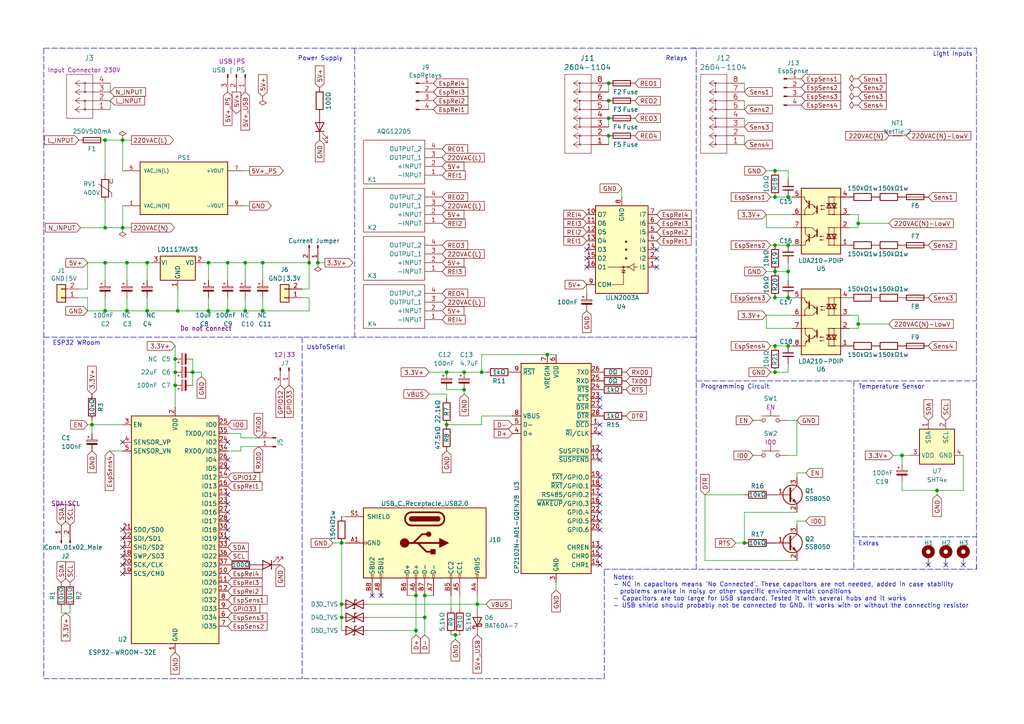
<source format=kicad_sch>
(kicad_sch (version 20211123) (generator eeschema)
  (paper "A4")
  (title_block (title "Home Assistant module for lights control") (date "2022-09-18") (rev "20220918.20"))
  (junction (at 224.79 78.74))
  (junction (at 228.6 57.15))
  (junction (at 26.67 123.19))
  (junction (at 224.79 49.53))
  (junction (at 228.6 78.74))
  (junction (at 55.88 107.95))
  (junction (at 99.06 157.48))
  (junction (at 99.06 175.26))
  (junction (at 224.79 71.12))
  (junction (at 30.48 76.2))
  (junction (at 248.92 93.98))
  (junction (at 248.92 64.77))
  (junction (at 60.452 90.17))
  (junction (at 36.83 90.17))
  (junction (at 134.62 107.95))
  (junction (at 176.53 29.21))
  (junction (at 134.62 113.03))
  (junction (at 51.562 90.17))
  (junction (at 139.7 107.95))
  (junction (at 138.43 175.26))
  (junction (at 50.8 111.76))
  (junction (at 30.48 66.04))
  (junction (at 50.8 104.14))
  (junction (at 271.78 142.24))
  (junction (at 92.202 76.2))
  (junction (at 60.452 76.2))
  (junction (at 36.83 76.2))
  (junction (at 71.12 76.2))
  (junction (at 123.19 179.07))
  (junction (at 123.19 172.72))
  (junction (at 66.04 90.17))
  (junction (at 224.79 100.33))
  (junction (at 158.75 102.87))
  (junction (at 176.53 34.29))
  (junction (at 99.06 179.07))
  (junction (at 176.53 24.13))
  (junction (at 71.12 90.17))
  (junction (at 35.56 66.04))
  (junction (at 176.53 39.37))
  (junction (at 224.79 57.15))
  (junction (at 224.79 86.36))
  (junction (at 132.08 184.15))
  (junction (at 35.56 40.64))
  (junction (at 129.54 107.95))
  (junction (at 129.54 123.19))
  (junction (at 224.79 107.95))
  (junction (at 30.48 90.17))
  (junction (at 120.65 182.88))
  (junction (at 76.2 76.2))
  (junction (at 261.62 132.08))
  (junction (at 228.6 71.12))
  (junction (at 42.672 76.2))
  (junction (at 89.662 76.2))
  (junction (at 42.672 90.17))
  (junction (at 66.04 76.2))
  (junction (at 30.48 40.64))
  (junction (at 228.6 100.33))
  (junction (at 120.65 172.72))
  (junction (at 228.6 86.36))
  (junction (at 76.2 90.17))
  (junction (at 215.9 157.48))
  (junction (at 50.8 107.95))
  (no_connect (at 35.56 153.67))
  (no_connect (at 66.04 148.59))
  (no_connect (at 173.99 118.11))
  (no_connect (at 35.56 161.29))
  (no_connect (at 173.99 115.57))
  (no_connect (at 173.99 163.83))
  (no_connect (at 66.04 143.51))
  (no_connect (at 170.18 74.93))
  (no_connect (at 279.4 163.83))
  (no_connect (at 173.99 148.59))
  (no_connect (at 173.99 161.29))
  (no_connect (at 173.99 138.43))
  (no_connect (at 170.18 72.39))
  (no_connect (at 66.04 133.35))
  (no_connect (at 173.99 151.13))
  (no_connect (at 35.56 156.21))
  (no_connect (at 173.99 153.67))
  (no_connect (at 66.04 146.05))
  (no_connect (at 274.32 163.83))
  (no_connect (at 173.99 123.19))
  (no_connect (at 173.99 146.05))
  (no_connect (at 170.18 77.47))
  (no_connect (at 35.56 163.83))
  (no_connect (at 173.99 143.51))
  (no_connect (at 35.56 166.37))
  (no_connect (at 35.56 158.75))
  (no_connect (at 173.99 125.73))
  (no_connect (at 66.04 151.13))
  (no_connect (at 173.99 158.75))
  (no_connect (at 173.99 140.97))
  (no_connect (at 190.5 77.47))
  (no_connect (at 66.04 135.89))
  (no_connect (at 190.5 72.39))
  (no_connect (at 35.56 128.27))
  (no_connect (at 173.99 133.35))
  (no_connect (at 269.24 163.83))
  (no_connect (at 66.04 153.67))
  (no_connect (at 66.04 128.27))
  (no_connect (at 107.95 172.72))
  (no_connect (at 110.49 172.72))
  (no_connect (at 173.99 130.81))
  (no_connect (at 66.04 156.21))
  (no_connect (at 190.5 74.93))
  (wire (pts (xy 231.14 121.92) (xy 231.14 132.08)))
  (wire (pts (xy 139.7 107.95) (xy 140.97 107.95)))
  (wire (pts (xy 55.88 107.95) (xy 55.88 111.76)))
  (wire (pts (xy 261.62 132.08) (xy 264.16 132.08)))
  (wire (pts (xy 259.08 132.08) (xy 261.62 132.08)))
  (wire (pts (xy 106.68 179.07) (xy 123.19 179.07)))
  (wire (pts (xy 279.4 132.08) (xy 279.4 142.24)))
  (wire (pts (xy 74.93 129.54) (xy 69.85 129.54)))
  (wire (pts (xy 233.68 151.13) (xy 231.14 151.13)))
  (wire (pts (xy 224.79 71.12) (xy 228.6 71.12)))
  (wire (pts (xy 66.04 86.36) (xy 66.04 90.17)))
  (wire (pts (xy 25.4 83.82) (xy 22.86 83.82)))
  (wire (pts (xy 25.4 76.2) (xy 25.4 83.82)))
  (wire (pts (xy 215.9 39.37) (xy 215.9 41.91)))
  (wire (pts (xy 248.92 93.98) (xy 248.92 95.25)))
  (wire (pts (xy 30.48 40.64) (xy 35.56 40.64)))
  (wire (pts (xy 228.6 132.08) (xy 231.14 132.08)))
  (wire (pts (xy 66.04 76.2) (xy 71.12 76.2)))
  (wire (pts (xy 32.004 31.75) (xy 32.004 29.21)))
  (wire (pts (xy 228.6 86.36) (xy 229.87 86.36)))
  (wire (pts (xy 26.67 123.19) (xy 26.67 125.73)))
  (polyline (pts (xy 283.21 13.97) (xy 283.21 104.14)))
  (wire (pts (xy 30.48 50.8) (xy 30.48 40.64)))
  (wire (pts (xy 161.29 168.91) (xy 161.29 171.196)))
  (wire (pts (xy 224.79 49.53) (xy 228.6 49.53)))
  (wire (pts (xy 118.11 172.72) (xy 120.65 172.72)))
  (wire (pts (xy 60.452 76.2) (xy 66.04 76.2)))
  (wire (pts (xy 106.68 175.26) (xy 138.43 175.26)))
  (wire (pts (xy 36.83 90.17) (xy 42.672 90.17)))
  (wire (pts (xy 66.04 125.73) (xy 69.85 125.73)))
  (wire (pts (xy 132.08 184.15) (xy 133.35 184.15)))
  (wire (pts (xy 248.92 64.77) (xy 257.81 64.77)))
  (wire (pts (xy 25.4 90.17) (xy 30.48 90.17)))
  (polyline (pts (xy 247.65 110.49) (xy 247.65 165.1)))
  (wire (pts (xy 36.83 76.2) (xy 36.83 81.28)))
  (wire (pts (xy 223.52 57.15) (xy 224.79 57.15)))
  (polyline (pts (xy 87.63 97.79) (xy 87.63 196.85)))
  (wire (pts (xy 124.46 114.3) (xy 129.54 114.3)))
  (wire (pts (xy 261.62 142.24) (xy 271.78 142.24)))
  (polyline (pts (xy 283.21 165.1) (xy 283.21 163.83)))
  (wire (pts (xy 96.52 157.48) (xy 99.06 157.48)))
  (wire (pts (xy 30.48 58.42) (xy 30.48 66.04)))
  (wire (pts (xy 224.79 78.74) (xy 228.6 78.74)))
  (wire (pts (xy 228.6 107.95) (xy 224.79 107.95)))
  (wire (pts (xy 228.6 76.2) (xy 228.6 78.74)))
  (wire (pts (xy 123.19 172.72) (xy 125.73 172.72)))
  (wire (pts (xy 99.06 149.86) (xy 100.33 149.86)))
  (wire (pts (xy 120.65 172.72) (xy 120.65 182.88)))
  (wire (pts (xy 248.92 62.23) (xy 248.92 64.77)))
  (polyline (pts (xy 201.93 165.1) (xy 201.93 13.97)))
  (wire (pts (xy 233.68 137.16) (xy 231.14 137.16)))
  (wire (pts (xy 223.52 107.95) (xy 224.79 107.95)))
  (wire (pts (xy 26.67 123.19) (xy 35.56 123.19)))
  (polyline (pts (xy 201.93 110.49) (xy 283.21 110.49)))
  (polyline (pts (xy 247.65 155.702) (xy 283.21 155.702)))
  (wire (pts (xy 132.08 184.15) (xy 132.08 185.42)))
  (wire (pts (xy 25.4 123.19) (xy 26.67 123.19)))
  (wire (pts (xy 71.12 76.2) (xy 71.12 81.28)))
  (wire (pts (xy 50.8 104.14) (xy 50.8 107.95)))
  (wire (pts (xy 25.4 86.36) (xy 25.4 90.17)))
  (wire (pts (xy 271.78 142.24) (xy 271.78 143.51)))
  (wire (pts (xy 30.48 90.17) (xy 36.83 90.17)))
  (wire (pts (xy 279.4 142.24) (xy 271.78 142.24)))
  (wire (pts (xy 129.54 123.19) (xy 139.7 123.19)))
  (wire (pts (xy 222.25 62.23) (xy 229.87 62.23)))
  (wire (pts (xy 139.7 102.87) (xy 139.7 107.95)))
  (wire (pts (xy 261.62 139.7) (xy 261.62 142.24)))
  (wire (pts (xy 76.2 76.2) (xy 76.2 81.28)))
  (wire (pts (xy 124.46 107.95) (xy 129.54 107.95)))
  (wire (pts (xy 123.19 179.07) (xy 123.19 184.15)))
  (wire (pts (xy 76.2 90.17) (xy 89.662 90.17)))
  (polyline (pts (xy 201.93 13.97) (xy 200.66 13.97)))
  (wire (pts (xy 139.7 120.65) (xy 148.59 120.65)))
  (wire (pts (xy 35.56 40.64) (xy 35.56 49.53)))
  (wire (pts (xy 130.81 184.15) (xy 132.08 184.15)))
  (wire (pts (xy 228.6 49.53) (xy 228.6 52.07)))
  (wire (pts (xy 248.92 66.04) (xy 246.38 66.04)))
  (wire (pts (xy 215.9 24.13) (xy 215.9 26.67)))
  (wire (pts (xy 134.62 107.95) (xy 139.7 107.95)))
  (wire (pts (xy 106.68 182.88) (xy 120.65 182.88)))
  (wire (pts (xy 42.672 76.2) (xy 43.942 76.2)))
  (wire (pts (xy 89.662 86.36) (xy 89.662 90.17)))
  (wire (pts (xy 99.06 157.48) (xy 99.06 175.26)))
  (wire (pts (xy 123.19 172.72) (xy 123.19 179.07)))
  (wire (pts (xy 76.2 86.36) (xy 76.2 90.17)))
  (wire (pts (xy 224.79 57.15) (xy 228.6 57.15)))
  (wire (pts (xy 204.47 143.51) (xy 215.9 143.51)))
  (wire (pts (xy 231.14 137.16) (xy 231.14 138.43)))
  (wire (pts (xy 36.83 76.2) (xy 42.672 76.2)))
  (wire (pts (xy 134.62 114.3) (xy 134.62 113.03)))
  (wire (pts (xy 222.25 49.53) (xy 224.79 49.53)))
  (wire (pts (xy 99.06 179.07) (xy 99.06 175.26)))
  (wire (pts (xy 231.14 151.13) (xy 231.14 152.4)))
  (wire (pts (xy 176.53 34.29) (xy 176.53 36.83)))
  (wire (pts (xy 176.53 24.13) (xy 176.53 26.67)))
  (wire (pts (xy 248.92 91.44) (xy 248.92 93.98)))
  (wire (pts (xy 42.672 86.36) (xy 42.672 90.17)))
  (wire (pts (xy 228.6 105.41) (xy 228.6 107.95)))
  (wire (pts (xy 51.562 90.17) (xy 60.452 90.17)))
  (wire (pts (xy 138.43 175.26) (xy 138.43 172.72)))
  (wire (pts (xy 223.52 71.12) (xy 224.79 71.12)))
  (wire (pts (xy 30.48 76.2) (xy 36.83 76.2)))
  (wire (pts (xy 55.88 107.95) (xy 58.42 107.95)))
  (wire (pts (xy 222.25 91.44) (xy 222.25 95.25)))
  (wire (pts (xy 30.48 76.2) (xy 30.48 81.28)))
  (wire (pts (xy 69.85 127) (xy 74.93 127)))
  (wire (pts (xy 71.12 49.53) (xy 72.39 49.53)))
  (wire (pts (xy 60.452 86.36) (xy 60.452 90.17)))
  (wire (pts (xy 89.662 83.82) (xy 89.662 76.2)))
  (polyline (pts (xy 12.7 196.85) (xy 175.26 196.85)))
  (wire (pts (xy 231.14 148.59) (xy 215.9 148.59)))
  (wire (pts (xy 248.92 95.25) (xy 246.38 95.25)))
  (wire (pts (xy 215.9 148.59) (xy 215.9 157.48)))
  (wire (pts (xy 228.6 78.74) (xy 228.6 81.28)))
  (wire (pts (xy 248.92 64.77) (xy 248.92 66.04)))
  (polyline (pts (xy 12.7 97.79) (xy 201.93 97.79)))
  (wire (pts (xy 69.85 129.54) (xy 69.85 130.81)))
  (wire (pts (xy 32.004 24.13) (xy 32.004 26.67)))
  (wire (pts (xy 138.43 176.53) (xy 138.43 175.26)))
  (wire (pts (xy 222.25 66.04) (xy 229.87 66.04)))
  (wire (pts (xy 222.25 78.74) (xy 224.79 78.74)))
  (wire (pts (xy 42.672 76.2) (xy 42.672 81.28)))
  (wire (pts (xy 133.35 172.72) (xy 133.35 176.53)))
  (wire (pts (xy 71.12 90.17) (xy 76.2 90.17)))
  (wire (pts (xy 257.81 93.98) (xy 248.92 93.98)))
  (wire (pts (xy 25.4 76.2) (xy 30.48 76.2)))
  (wire (pts (xy 170.18 82.55) (xy 170.18 85.09)))
  (wire (pts (xy 215.9 29.21) (xy 215.9 31.75)))
  (wire (pts (xy 31.75 130.81) (xy 35.56 130.81)))
  (wire (pts (xy 36.83 86.36) (xy 36.83 90.17)))
  (wire (pts (xy 42.672 90.17) (xy 51.562 90.17)))
  (wire (pts (xy 261.62 132.08) (xy 261.62 134.62)))
  (wire (pts (xy 66.04 90.17) (xy 71.12 90.17)))
  (wire (pts (xy 99.06 182.88) (xy 99.06 179.07)))
  (wire (pts (xy 87.63 86.36) (xy 89.662 86.36)))
  (wire (pts (xy 50.8 111.76) (xy 50.8 118.11)))
  (wire (pts (xy 158.75 102.87) (xy 139.7 102.87)))
  (polyline (pts (xy 12.7 13.97) (xy 12.7 196.85)))
  (wire (pts (xy 129.54 113.03) (xy 134.62 113.03)))
  (polyline (pts (xy 102.87 13.97) (xy 102.87 97.79)))
  (wire (pts (xy 222.25 91.44) (xy 229.87 91.44)))
  (wire (pts (xy 228.6 121.92) (xy 231.14 121.92)))
  (wire (pts (xy 69.85 130.81) (xy 66.04 130.81)))
  (wire (pts (xy 158.75 102.87) (xy 161.29 102.87)))
  (wire (pts (xy 228.6 100.33) (xy 229.87 100.33)))
  (wire (pts (xy 92.202 76.2) (xy 94.234 76.2)))
  (polyline (pts (xy 175.26 196.85) (xy 175.26 165.1)))
  (wire (pts (xy 35.56 40.64) (xy 38.1 40.64)))
  (wire (pts (xy 76.2 76.2) (xy 89.662 76.2)))
  (wire (pts (xy 17.78 177.8) (xy 20.32 177.8)))
  (wire (pts (xy 138.43 175.26) (xy 140.97 175.26)))
  (wire (pts (xy 223.52 86.36) (xy 224.79 86.36)))
  (wire (pts (xy 60.452 90.17) (xy 66.04 90.17)))
  (wire (pts (xy 17.78 176.53) (xy 17.78 177.8)))
  (wire (pts (xy 204.47 162.56) (xy 231.14 162.56)))
  (wire (pts (xy 71.12 86.36) (xy 71.12 90.17)))
  (wire (pts (xy 228.6 57.15) (xy 229.87 57.15)))
  (wire (pts (xy 60.452 76.2) (xy 60.452 81.28)))
  (polyline (pts (xy 283.21 104.14) (xy 283.21 165.1)))
  (wire (pts (xy 129.54 114.3) (xy 129.54 115.57)))
  (wire (pts (xy 50.8 107.95) (xy 50.8 111.76)))
  (wire (pts (xy 23.368 66.04) (xy 30.48 66.04)))
  (wire (pts (xy 35.56 66.04) (xy 38.1 66.04)))
  (wire (pts (xy 69.85 125.73) (xy 69.85 127)))
  (wire (pts (xy 26.67 121.92) (xy 26.67 123.19)))
  (wire (pts (xy 51.562 83.82) (xy 51.562 90.17)))
  (wire (pts (xy 176.53 39.37) (xy 176.53 41.91)))
  (wire (pts (xy 180.34 54.61) (xy 180.34 57.15)))
  (wire (pts (xy 129.54 107.95) (xy 134.62 107.95)))
  (wire (pts (xy 204.47 143.51) (xy 204.47 162.56)))
  (wire (pts (xy 71.12 59.69) (xy 72.39 59.69)))
  (wire (pts (xy 58.42 107.95) (xy 58.42 109.22)))
  (wire (pts (xy 224.79 86.36) (xy 228.6 86.36)))
  (wire (pts (xy 35.56 66.04) (xy 35.56 59.69)))
  (wire (pts (xy 50.8 100.33) (xy 50.8 104.14)))
  (wire (pts (xy 222.25 95.25) (xy 229.87 95.25)))
  (wire (pts (xy 55.88 104.14) (xy 55.88 107.95)))
  (wire (pts (xy 246.38 62.23) (xy 248.92 62.23)))
  (wire (pts (xy 66.04 76.2) (xy 66.04 81.28)))
  (wire (pts (xy 20.32 177.8) (xy 20.32 176.53)))
  (wire (pts (xy 87.63 83.82) (xy 89.662 83.82)))
  (wire (pts (xy 222.25 62.23) (xy 222.25 66.04)))
  (wire (pts (xy 120.65 182.88) (xy 120.65 184.15)))
  (wire (pts (xy 224.79 100.33) (xy 228.6 100.33)))
  (wire (pts (xy 213.36 157.48) (xy 215.9 157.48)))
  (wire (pts (xy 215.9 34.29) (xy 215.9 36.83)))
  (wire (pts (xy 71.12 76.2) (xy 76.2 76.2)))
  (wire (pts (xy 30.48 86.36) (xy 30.48 90.17)))
  (wire (pts (xy 228.6 71.12) (xy 229.87 71.12)))
  (polyline (pts (xy 12.7 13.97) (xy 283.21 13.97)))
  (wire (pts (xy 30.48 66.04) (xy 35.56 66.04)))
  (wire (pts (xy 176.53 29.21) (xy 176.53 31.75)))
  (wire (pts (xy 246.38 91.44) (xy 248.92 91.44)))
  (wire (pts (xy 99.06 157.48) (xy 100.33 157.48)))
  (wire (pts (xy 139.7 123.19) (xy 139.7 120.65)))
  (wire (pts (xy 60.452 76.2) (xy 59.182 76.2)))
  (wire (pts (xy 130.81 172.72) (xy 130.81 176.53)))
  (wire (pts (xy 22.86 86.36) (xy 25.4 86.36)))
  (wire (pts (xy 223.52 100.33) (xy 224.79 100.33)))
  (polyline (pts (xy 175.26 165.1) (xy 283.21 165.1)))
  (text "Programming Circuit" (at 203.2 113.03 0) (effects (font (size 1.27 1.27)) (justify left bottom)))
  (text "UsbToSerial" (at 88.9 101.6 0) (effects (font (size 1.27 1.27)) (justify left bottom)))
  (text "Relays" (at 193.04 17.78 0) (effects (font (size 1.27 1.27)) (justify left bottom)))
  (text "Temperature Sensor" (at 248.92 113.03 0) (effects (font (size 1.27 1.27)) (justify left bottom)))
  (text "Power Supply" (at 86.36 17.78 0) (effects (font (size 1.27 1.27)) (justify left bottom)))
  (text "Extras" (at 248.92 158.496 0) (effects (font (size 1.27 1.27)) (justify left bottom)))
  (text "ESP32 WRoom" (at 15.24 100.33 0) (effects (font (size 1.27 1.27)) (justify left bottom)))
  (text "Notes:\n- NC in capacitors means 'No Connected'. These capacitors are not needed, added in case stability \n  problems arraise in noisy or other specific environmental conditions\n- Capacitors are too large for USB standard. Tested it with several hubs and it works\n- USB shield should probably not be connected to GND. It works with or without the connecting resistor" (at 177.8 176.53 0) (effects (font (size 1.27 1.27)) (justify left bottom)))
  (text "Light Inputs" (at 270.51 16.51 0) (effects (font (size 1.27 1.27)) (justify left bottom)))
  (global_label "3.3V+" (shape input) (at 26.67 114.3 90) (property "Intersheet References" "${INTERSHEET_REFS}" (effects hide)))
  (global_label "GPIO12" (shape input) (at 66.04 138.43 0) (property "Intersheet References" "${INTERSHEET_REFS}" (effects hide)))
  (global_label "EspRel2" (shape input) (at 125.73 29.21 0) (property "Intersheet References" "${INTERSHEET_REFS}" (effects hide)))
  (global_label "REI1" (shape input) (at 170.18 69.85 180) (property "Intersheet References" "${INTERSHEET_REFS}" (effects hide)))
  (global_label "GND" (shape input) (at 223.52 107.95 180) (property "Intersheet References" "${INTERSHEET_REFS}" (effects hide)))
  (global_label "220VAC(L)" (shape output) (at 38.1 40.64 0) (property "Intersheet References" "${INTERSHEET_REFS}" (effects hide)))
  (global_label "EN" (shape input) (at 25.4 123.19 180) (property "Intersheet References" "${INTERSHEET_REFS}" (effects hide)))
  (global_label "5V+" (shape input) (at 128.27 62.23 0) (property "Intersheet References" "${INTERSHEET_REFS}" (effects hide)))
  (global_label "EN" (shape input) (at 233.68 137.16 0) (property "Intersheet References" "${INTERSHEET_REFS}" (effects hide)))
  (global_label "220VAC(L)" (shape input) (at 128.27 87.63 0) (property "Intersheet References" "${INTERSHEET_REFS}" (effects hide)))
  (global_label "Sens4" (shape input) (at 248.92 30.48 0) (property "Intersheet References" "${INTERSHEET_REFS}" (effects hide)))
  (global_label "EspSens3" (shape input) (at 223.52 86.36 180) (property "Intersheet References" "${INTERSHEET_REFS}" (effects hide)))
  (global_label "5V+" (shape input) (at 128.27 90.17 0) (property "Intersheet References" "${INTERSHEET_REFS}" (effects hide)))
  (global_label "REO1" (shape input) (at 184.15 24.13 0) (property "Intersheet References" "${INTERSHEET_REFS}" (effects hide)))
  (global_label "SDA" (shape input) (at 17.78 152.4 90) (property "Intersheet References" "${INTERSHEET_REFS}" (effects hide)))
  (global_label "RXD0" (shape input) (at 74.93 129.54 270) (property "Intersheet References" "${INTERSHEET_REFS}" (effects hide)))
  (global_label "GND" (shape input) (at 26.67 130.81 270) (property "Intersheet References" "${INTERSHEET_REFS}" (effects hide)))
  (global_label "5V+_PS" (shape output) (at 72.39 49.53 0) (property "Intersheet References" "${INTERSHEET_REFS}" (effects hide)))
  (global_label "REO4" (shape input) (at 128.27 85.09 0) (property "Intersheet References" "${INTERSHEET_REFS}" (effects hide)))
  (global_label "GND" (shape input) (at 271.78 143.51 270) (property "Intersheet References" "${INTERSHEET_REFS}" (effects hide)))
  (global_label "220VAC(N)-LowV" (shape input) (at 257.81 93.98 0) (property "Intersheet References" "${INTERSHEET_REFS}" (effects hide)))
  (global_label "RXD0" (shape input) (at 181.61 107.95 0) (property "Intersheet References" "${INTERSHEET_REFS}" (effects hide)))
  (global_label "REI2" (shape input) (at 170.18 67.31 180) (property "Intersheet References" "${INTERSHEET_REFS}" (effects hide)))
  (global_label "220VAC(N)-LowV" (shape input) (at 262.89 39.37 0) (property "Intersheet References" "${INTERSHEET_REFS}" (effects hide)))
  (global_label "VBUS" (shape input) (at 124.46 114.3 180) (property "Intersheet References" "${INTERSHEET_REFS}" (effects hide)))
  (global_label "EspRel1" (shape input) (at 190.5 69.85 0) (property "Intersheet References" "${INTERSHEET_REFS}" (effects hide)))
  (global_label "REO2" (shape input) (at 128.27 57.15 0) (property "Intersheet References" "${INTERSHEET_REFS}" (effects hide)))
  (global_label "SDA" (shape input) (at 269.24 121.92 90) (property "Intersheet References" "${INTERSHEET_REFS}" (effects hide)))
  (global_label "SDA" (shape input) (at 17.78 168.91 90) (property "Intersheet References" "${INTERSHEET_REFS}" (effects hide)))
  (global_label "VBUS" (shape input) (at 140.97 175.26 0) (property "Intersheet References" "${INTERSHEET_REFS}" (effects hide)))
  (global_label "3.3V+" (shape input) (at 124.46 107.95 180) (property "Intersheet References" "${INTERSHEET_REFS}" (effects hide)))
  (global_label "SDA" (shape input) (at 66.04 158.75 0) (property "Intersheet References" "${INTERSHEET_REFS}" (effects hide)))
  (global_label "EspSens3" (shape input) (at 232.41 27.94 0) (property "Intersheet References" "${INTERSHEET_REFS}" (effects hide)))
  (global_label "D+" (shape input) (at 120.65 184.15 270) (property "Intersheet References" "${INTERSHEET_REFS}" (effects hide)))
  (global_label "REO1" (shape input) (at 128.27 43.18 0) (property "Intersheet References" "${INTERSHEET_REFS}" (effects hide)))
  (global_label "220VAC(N)" (shape input) (at 257.81 39.37 180) (property "Intersheet References" "${INTERSHEET_REFS}" (effects hide)))
  (global_label "EspSens1" (shape input) (at 232.41 22.86 0) (property "Intersheet References" "${INTERSHEET_REFS}" (effects hide)))
  (global_label "GND" (shape input) (at 231.14 121.92 0) (property "Intersheet References" "${INTERSHEET_REFS}" (effects hide)))
  (global_label "IO0" (shape input) (at 66.04 123.19 0) (property "Intersheet References" "${INTERSHEET_REFS}" (effects hide)))
  (global_label "Sens3" (shape input) (at 215.9 36.83 0) (property "Intersheet References" "${INTERSHEET_REFS}" (effects hide)))
  (global_label "IO0" (shape input) (at 233.68 151.13 0) (property "Intersheet References" "${INTERSHEET_REFS}" (effects hide)))
  (global_label "3.3V+" (shape input) (at 259.08 132.08 180) (property "Intersheet References" "${INTERSHEET_REFS}" (effects hide)))
  (global_label "GND" (shape input) (at 81.28 163.83 270) (property "Intersheet References" "${INTERSHEET_REFS}" (effects hide)))
  (global_label "Sens1" (shape input) (at 215.9 26.67 0) (property "Intersheet References" "${INTERSHEET_REFS}" (effects hide)))
  (global_label "EspSens2" (shape input) (at 223.52 71.12 180) (property "Intersheet References" "${INTERSHEET_REFS}" (effects hide)))
  (global_label "5V+" (shape input) (at 25.4 76.2 180) (property "Intersheet References" "${INTERSHEET_REFS}" (effects hide)))
  (global_label "220VAC(L)" (shape input) (at 128.27 45.72 0) (property "Intersheet References" "${INTERSHEET_REFS}" (effects hide)))
  (global_label "GPIO12" (shape input) (at 81.28 111.76 270) (property "Intersheet References" "${INTERSHEET_REFS}" (effects hide)))
  (global_label "D+" (shape input) (at 148.59 125.73 180) (property "Intersheet References" "${INTERSHEET_REFS}" (effects hide)))
  (global_label "GND" (shape input) (at 132.08 185.42 270) (property "Intersheet References" "${INTERSHEET_REFS}" (effects hide)))
  (global_label "GND" (shape output) (at 72.39 59.69 0) (property "Intersheet References" "${INTERSHEET_REFS}" (effects hide)))
  (global_label "REI3" (shape input) (at 128.27 78.74 0) (property "Intersheet References" "${INTERSHEET_REFS}" (effects hide)))
  (global_label "TXD0" (shape input) (at 181.61 110.49 0) (property "Intersheet References" "${INTERSHEET_REFS}" (effects hide)))
  (global_label "GND" (shape input) (at 25.4 90.17 180) (property "Intersheet References" "${INTERSHEET_REFS}" (effects hide)))
  (global_label "L_INPUT" (shape input) (at 22.86 40.64 180) (property "Intersheet References" "${INTERSHEET_REFS}" (effects hide)))
  (global_label "GND" (shape input) (at 134.62 114.3 270) (property "Intersheet References" "${INTERSHEET_REFS}" (effects hide)))
  (global_label "5V+" (shape input) (at 92.71 25.4 90) (property "Intersheet References" "${INTERSHEET_REFS}" (effects hide)))
  (global_label "5V+" (shape input) (at 170.18 82.55 180) (property "Intersheet References" "${INTERSHEET_REFS}" (effects hide)))
  (global_label "5V+_USB" (shape input) (at 138.43 184.15 270) (property "Intersheet References" "${INTERSHEET_REFS}" (effects hide)))
  (global_label "EspRel4" (shape input) (at 190.5 62.23 0) (property "Intersheet References" "${INTERSHEET_REFS}" (effects hide)))
  (global_label "5V+" (shape input) (at 128.27 76.2 0) (property "Intersheet References" "${INTERSHEET_REFS}" (effects hide)))
  (global_label "3.3V+" (shape input) (at 222.25 62.23 180) (property "Intersheet References" "${INTERSHEET_REFS}" (effects hide)))
  (global_label "EspRel3" (shape input) (at 125.73 26.67 0) (property "Intersheet References" "${INTERSHEET_REFS}" (effects hide)))
  (global_label "EspRel4" (shape input) (at 66.04 166.37 0) (property "Intersheet References" "${INTERSHEET_REFS}" (effects hide)))
  (global_label "SCL" (shape input) (at 20.32 152.4 90) (property "Intersheet References" "${INTERSHEET_REFS}" (effects hide)))
  (global_label "GND" (shape input) (at 222.25 78.74 180) (property "Intersheet References" "${INTERSHEET_REFS}" (effects hide)))
  (global_label "Sens3" (shape input) (at 269.24 86.36 0) (property "Intersheet References" "${INTERSHEET_REFS}" (effects hide)))
  (global_label "GND" (shape input) (at 58.42 109.22 270) (property "Intersheet References" "${INTERSHEET_REFS}" (effects hide)))
  (global_label "L_INPUT" (shape input) (at 32.004 29.21 0) (property "Intersheet References" "${INTERSHEET_REFS}" (effects hide)))
  (global_label "REO2" (shape input) (at 184.15 29.21 0) (property "Intersheet References" "${INTERSHEET_REFS}" (effects hide)))
  (global_label "EspRel2" (shape input) (at 190.5 67.31 0) (property "Intersheet References" "${INTERSHEET_REFS}" (effects hide)))
  (global_label "IO0" (shape input) (at 218.44 132.08 180) (property "Intersheet References" "${INTERSHEET_REFS}" (effects hide)))
  (global_label "GND" (shape input) (at 180.34 54.61 180) (property "Intersheet References" "${INTERSHEET_REFS}" (effects hide)))
  (global_label "EspRel1" (shape input) (at 66.04 140.97 0) (property "Intersheet References" "${INTERSHEET_REFS}" (effects hide)))
  (global_label "EspSens1" (shape input) (at 223.52 57.15 180) (property "Intersheet References" "${INTERSHEET_REFS}" (effects hide)))
  (global_label "3.3V+" (shape output) (at 94.234 76.2 0) (property "Intersheet References" "${INTERSHEET_REFS}" (effects hide)))
  (global_label "REI3" (shape input) (at 170.18 64.77 180) (property "Intersheet References" "${INTERSHEET_REFS}" (effects hide)))
  (global_label "EspSens2" (shape input) (at 232.41 25.4 0) (property "Intersheet References" "${INTERSHEET_REFS}" (effects hide)))
  (global_label "SCL" (shape input) (at 20.32 168.91 90) (property "Intersheet References" "${INTERSHEET_REFS}" (effects hide)))
  (global_label "5V+_PS" (shape input) (at 66.04 26.67 270) (property "Intersheet References" "${INTERSHEET_REFS}" (effects hide)))
  (global_label "Sens4" (shape input) (at 215.9 41.91 0) (property "Intersheet References" "${INTERSHEET_REFS}" (effects hide)))
  (global_label "3.3V+" (shape input) (at 19.05 177.8 270) (property "Intersheet References" "${INTERSHEET_REFS}" (effects hide)))
  (global_label "3.3V+" (shape input) (at 50.8 100.33 180) (property "Intersheet References" "${INTERSHEET_REFS}" (effects hide)))
  (global_label "3.3V+" (shape input) (at 222.25 91.44 180) (property "Intersheet References" "${INTERSHEET_REFS}" (effects hide)))
  (global_label "220VAC(L)" (shape input) (at 128.27 59.69 0) (property "Intersheet References" "${INTERSHEET_REFS}" (effects hide)))
  (global_label "DTR" (shape input) (at 204.47 143.51 90) (property "Intersheet References" "${INTERSHEET_REFS}" (effects hide)))
  (global_label "5V+" (shape input) (at 76.2 27.94 90) (property "Intersheet References" "${INTERSHEET_REFS}" (effects hide)))
  (global_label "GND" (shape input) (at 92.71 40.64 270) (property "Intersheet References" "${INTERSHEET_REFS}" (effects hide)))
  (global_label "GPIO33" (shape input) (at 66.04 176.53 0) (property "Intersheet References" "${INTERSHEET_REFS}" (effects hide)))
  (global_label "EspRel3" (shape input) (at 190.5 64.77 0) (property "Intersheet References" "${INTERSHEET_REFS}" (effects hide)))
  (global_label "Sens1" (shape input) (at 269.24 57.15 0) (property "Intersheet References" "${INTERSHEET_REFS}" (effects hide)))
  (global_label "EN" (shape input) (at 218.44 121.92 180) (property "Intersheet References" "${INTERSHEET_REFS}" (effects hide)))
  (global_label "5V+" (shape input) (at 128.27 48.26 0) (property "Intersheet References" "${INTERSHEET_REFS}" (effects hide)))
  (global_label "REO4" (shape input) (at 184.15 39.37 0) (property "Intersheet References" "${INTERSHEET_REFS}" (effects hide)))
  (global_label "D-" (shape input) (at 148.59 123.19 180) (property "Intersheet References" "${INTERSHEET_REFS}" (effects hide)))
  (global_label "EspSens3" (shape input) (at 66.04 179.07 0) (property "Intersheet References" "${INTERSHEET_REFS}" (effects hide)))
  (global_label "REO3" (shape input) (at 184.15 34.29 0) (property "Intersheet References" "${INTERSHEET_REFS}" (effects hide)))
  (global_label "REI1" (shape input) (at 128.27 50.8 0) (property "Intersheet References" "${INTERSHEET_REFS}" (effects hide)))
  (global_label "5V+" (shape output) (at 68.58 26.67 270) (property "Intersheet References" "${INTERSHEET_REFS}" (effects hide)))
  (global_label "GND" (shape input) (at 222.25 49.53 180) (property "Intersheet References" "${INTERSHEET_REFS}" (effects hide)))
  (global_label "TXD0" (shape input) (at 74.93 127 90) (property "Intersheet References" "${INTERSHEET_REFS}" (effects hide)))
  (global_label "220VAC(N)" (shape output) (at 38.1 66.04 0) (property "Intersheet References" "${INTERSHEET_REFS}" (effects hide)))
  (global_label "RTS" (shape input) (at 181.61 113.03 0) (property "Intersheet References" "${INTERSHEET_REFS}" (effects hide)))
  (global_label "Sens2" (shape input) (at 215.9 31.75 0) (property "Intersheet References" "${INTERSHEET_REFS}" (effects hide)))
  (global_label "EspSens4" (shape input) (at 232.41 30.48 0) (property "Intersheet References" "${INTERSHEET_REFS}" (effects hide)))
  (global_label "Sens2" (shape input) (at 248.92 25.4 0) (property "Intersheet References" "${INTERSHEET_REFS}" (effects hide)))
  (global_label "D-" (shape input) (at 123.19 184.15 270) (property "Intersheet References" "${INTERSHEET_REFS}" (effects hide)))
  (global_label "Sens4" (shape input) (at 269.24 100.33 0) (property "Intersheet References" "${INTERSHEET_REFS}" (effects hide)))
  (global_label "N_INPUT" (shape input) (at 32.004 26.67 0) (property "Intersheet References" "${INTERSHEET_REFS}" (effects hide)))
  (global_label "GND" (shape input) (at 96.52 157.48 180) (property "Intersheet References" "${INTERSHEET_REFS}" (effects hide)))
  (global_label "REI2" (shape input) (at 128.27 64.77 0) (property "Intersheet References" "${INTERSHEET_REFS}" (effects hide)))
  (global_label "SCL" (shape input) (at 66.04 161.29 0) (property "Intersheet References" "${INTERSHEET_REFS}" (effects hide)))
  (global_label "REI4" (shape input) (at 170.18 62.23 180) (property "Intersheet References" "${INTERSHEET_REFS}" (effects hide)))
  (global_label "EspRel1" (shape input) (at 125.73 31.75 0) (property "Intersheet References" "${INTERSHEET_REFS}" (effects hide)))
  (global_label "GND" (shape input) (at 129.54 130.81 270) (property "Intersheet References" "${INTERSHEET_REFS}" (effects hide)))
  (global_label "GND" (shape input) (at 50.8 189.23 270) (property "Intersheet References" "${INTERSHEET_REFS}" (effects hide)))
  (global_label "5V+_USB" (shape input) (at 71.12 26.67 270) (property "Intersheet References" "${INTERSHEET_REFS}" (effects hide)))
  (global_label "EspRel2" (shape input) (at 66.04 171.45 0) (property "Intersheet References" "${INTERSHEET_REFS}" (effects hide)))
  (global_label "Sens3" (shape input) (at 248.92 27.94 0) (property "Intersheet References" "${INTERSHEET_REFS}" (effects hide)))
  (global_label "DTR" (shape input) (at 181.61 120.65 0) (property "Intersheet References" "${INTERSHEET_REFS}" (effects hide)))
  (global_label "GND" (shape input) (at 161.29 171.196 270) (property "Intersheet References" "${INTERSHEET_REFS}" (effects hide)))
  (global_label "220VAC(N)-LowV" (shape input) (at 257.81 64.77 0) (property "Intersheet References" "${INTERSHEET_REFS}" (effects hide)))
  (global_label "220VAC(L)" (shape input) (at 128.27 73.66 0) (property "Intersheet References" "${INTERSHEET_REFS}" (effects hide)))
  (global_label "EspSens4" (shape input) (at 31.75 130.81 270) (property "Intersheet References" "${INTERSHEET_REFS}" (effects hide)))
  (global_label "EspSens2" (shape input) (at 66.04 181.61 0) (property "Intersheet References" "${INTERSHEET_REFS}" (effects hide)))
  (global_label "N_INPUT" (shape input) (at 23.368 66.04 180) (property "Intersheet References" "${INTERSHEET_REFS}" (effects hide)))
  (global_label "EspRel3" (shape input) (at 66.04 168.91 0) (property "Intersheet References" "${INTERSHEET_REFS}" (effects hide)))
  (global_label "REI4" (shape input) (at 128.27 92.71 0) (property "Intersheet References" "${INTERSHEET_REFS}" (effects hide)))
  (global_label "GND" (shape input) (at 170.18 90.17 270) (property "Intersheet References" "${INTERSHEET_REFS}" (effects hide)))
  (global_label "EspSens1" (shape input) (at 66.04 173.99 0) (property "Intersheet References" "${INTERSHEET_REFS}" (effects hide)))
  (global_label "Sens2" (shape input) (at 269.24 71.12 0) (property "Intersheet References" "${INTERSHEET_REFS}" (effects hide)))
  (global_label "SCL" (shape input) (at 274.32 121.92 90) (property "Intersheet References" "${INTERSHEET_REFS}" (effects hide)))
  (global_label "RTS" (shape input) (at 213.36 157.48 180) (property "Intersheet References" "${INTERSHEET_REFS}" (effects hide)))
  (global_label "EspRel4" (shape input) (at 125.73 24.13 0) (property "Intersheet References" "${INTERSHEET_REFS}" (effects hide)))
  (global_label "REO3" (shape input) (at 128.27 71.12 0) (property "Intersheet References" "${INTERSHEET_REFS}" (effects hide)))
  (global_label "EspSens4" (shape input) (at 223.52 100.33 180) (property "Intersheet References" "${INTERSHEET_REFS}" (effects hide)))
  (global_label "GPIO33" (shape input) (at 83.82 111.76 270) (property "Intersheet References" "${INTERSHEET_REFS}" (effects hide)))
  (global_label "Sens1" (shape input) (at 248.92 22.86 0) (property "Intersheet References" "${INTERSHEET_REFS}" (effects hide)))
  (symbol (lib_id "power:PWR_FLAG") (at 248.92 30.48 90) (unit 1)
    (property "Reference" "#FLG08" (effects hide))
    (property "Value" "PWR_FLAG" (effects hide))
  )
  (symbol (lib_id "Device:R") (at 250.19 71.12 270) (unit 1)
    (property "Reference" "R23" (effects hide))
    (property "Value" "150kΩ1w" (at 250.19 73.66 90))
    (property "Footprint" "Resistor_SMD:R_2512_6332Metric_Pad1.40x3.35mm_HandSolder" (effects hide))
    (property "JLCPCB" "C25719" (effects hide))
  )
  (symbol (lib_id "power:PWR_FLAG") (at 248.92 27.94 90) (unit 1)
    (property "Reference" "#FLG07" (effects hide))
    (property "Value" "PWR_FLAG" (effects hide))
  )
  (symbol (lib_id "power:PWR_FLAG") (at 248.92 25.4 90) (unit 1)
    (property "Reference" "#FLG06" (effects hide))
    (property "Value" "PWR_FLAG" (effects hide))
  )
  (symbol (lib_id "power:PWR_FLAG") (at 248.92 22.86 90) (unit 1)
    (property "Reference" "#FLG05" (effects hide))
    (property "Value" "PWR_FLAG" (effects hide))
  )
  (symbol (lib_id "Transistor_Array:ULN2003A") (at 180.34 72.39 180) (unit 1)
    (property "Reference" "U4" (at 181.61 88.9 0) (effects (justify left)))
    (property "Value" "ULN2003A" (at 185.42 86.36 0) (effects (justify left)))
    (property "Footprint" "Package_SO:SOIC-16_3.9x9.9mm_P1.27mm" (effects hide))
    (property "Datasheet" "http://www.ti.com/lit/ds/symlink/uln2003a.pdf" (effects hide))
    (property "JLCPCB" "C7512" (effects hide))
  )
  (symbol (lib_id "Device:R") (at 250.19 57.15 270) (unit 1)
    (property "Reference" "R22" (effects hide))
    (property "Value" "150kΩ1w" (at 250.19 54.61 90))
    (property "Footprint" "Resistor_SMD:R_2512_6332Metric_Pad1.40x3.35mm_HandSolder" (effects hide))
    (property "JLCPCB" "C25719" (effects hide))
  )
  (symbol (lib_id "Device:Fuse") (at 26.67 40.64 90) (unit 1)
    (property "Reference" "F1" (at 26.67 43.18 90))
    (property "Value" "250V500mA" (at 26.67 38.1 90))
    (property "Footprint" "Fuse:Fuseholder_TR5_Littelfuse_No560_No460" (effects hide))
  )
  (symbol (lib_id "Device:Varistor") (at 30.48 54.61 180) (unit 1)
    (property "Reference" "RV1" (at 24.13 53.34 0) (effects (justify right)))
    (property "Value" "400V" (at 24.13 55.88 0) (effects (justify right)))
    (property "Footprint" "Varistor:RV_Disc_D12mm_W4.2mm_P7.5mm" (effects hide))
  )
  (symbol (lib_id "Regulator_Linear:LD1117S33TR_SOT223") (at 51.562 76.2 0) (unit 1)
    (property "Reference" "U1" (effects hide))
    (property "Value" "LD1117AV33" (at 51.562 72.3646 0))
    (property "Footprint" "Package_TO_SOT_THT:TO-220-3_Vertical" (effects hide))
    (property "Datasheet" "http://www.st.com/st-web-ui/static/active/en/resource/technical/document/datasheet/CD00000544.pdf" (effects hide))
  )
  (symbol (lib_id "Connector_Generic:Conn_01x02") (at 17.78 86.36 180) (unit 1)
    (property "Reference" "J1" (at 17.78 78.486 0))
    (property "Value" "GND|5V" (at 18.542 80.772 0))
    (property "Footprint" "Connector_JST:JST_XH_B2B-XH-A_1x02_P2.50mm_Vertical" (effects hide))
  )
  (symbol (lib_id "RAC05-05SK_277:RAC05-05SK{slash}277") (at 53.34 54.61 0) (unit 1)
    (property "Reference" "PS1" (at 53.34 45.72 0))
    (property "Value" "RAC05-05SK/277" (effects hide))
    (property "Footprint" "rac05-05sk:277" (effects hide))
    (property "STANDARD" "Manufacturer Recommendations" (effects hide))
    (property "MAXIMUM_PACKAGE_HEIGHT" "21.8mm" (effects hide))
    (property "MANUFACTURER" "RECOM" (effects hide))
    (property "PARTREV" "N/A" (effects hide))
  )
  (symbol (lib_id "Device:C_Polarized_Small") (at 60.452 83.82 0) (unit 1)
    (property "Reference" "C8" (at 57.912 93.98 0) (effects (justify left)))
    (property "Value" "10uF" (at 56.642 91.44 0) (effects (justify left)))
    (property "Footprint" "Capacitor_THT:CP_Radial_D6.3mm_P2.50mm" (effects hide))
    (property "Field4" "Do not connect" (at 59.69 95.25 0))
  )
  (symbol (lib_id "Connector_Generic:Conn_01x02") (at 82.55 86.36 180) (unit 1)
    (property "Reference" "J6" (at 82.55 78.232 0))
    (property "Value" "GND|3.3V" (at 82.55 80.772 0))
    (property "Footprint" "Connector_JST:JST_XH_B2B-XH-A_1x02_P2.50mm_Vertical" (effects hide))
  )
  (symbol (lib_id "Connector:Conn_01x02_Male") (at 92.202 71.12 270) (unit 1)
    (property "Reference" "J8" (effects hide))
    (property "Value" "Current Jumper" (at 98.552 69.85 90) (effects (justify right)))
    (property "Footprint" "Connector_PinHeader_2.54mm:PinHeader_1x02_P2.54mm_Vertical" (effects hide))
  )
  (symbol (lib_id "Device:R") (at 257.81 71.12 270) (unit 1)
    (property "Reference" "R27" (effects hide))
    (property "Value" "150kΩ1w" (at 259.08 73.66 90))
    (property "Footprint" "Resistor_SMD:R_2512_6332Metric_Pad1.40x3.35mm_HandSolder" (effects hide))
    (property "JLCPCB" "C25719" (effects hide))
  )
  (symbol (lib_id "Device:R") (at 257.81 57.15 270) (unit 1)
    (property "Reference" "R26" (effects hide))
    (property "Value" "150kΩ1w" (at 259.08 54.61 90))
    (property "Footprint" "Resistor_SMD:R_2512_6332Metric_Pad1.40x3.35mm_HandSolder" (effects hide))
    (property "JLCPCB" "C25719" (effects hide))
  )
  (symbol (lib_id "Device:C_Polarized_Small") (at 42.672 83.82 0) (unit 1)
    (property "Reference" "C4" (at 41.402 93.98 0) (effects (justify left)))
    (property "Value" "NC" (at 45.212 91.44 0) (effects (justify right)))
    (property "Footprint" "Capacitor_SMD:C_0805_2012Metric_Pad1.18x1.45mm_HandSolder" (effects hide))
    (property "Datasheet" "https://www.distrelec.ch/en/ceramic-capacitor-100nf-50vdc-0805-rnd-components-rnd-1500805b104j500nt/p/30086635?q=smd+capacitor+&pos=5&origPos=990&origPageSize=50&track=true" (effects hide))
  )
  (symbol (lib_id "Device:C_Polarized_Small") (at 170.18 87.63 0) (unit 1)
    (property "Reference" "C14" (effects hide))
    (property "Value" "100nF" (at 167.64 87.63 0) (effects (justify right)))
    (property "Footprint" "Capacitor_SMD:C_0603_1608Metric_Pad1.08x0.95mm_HandSolder" (effects hide))
    (property "Datasheet" "https://www.distrelec.ch/en/ceramic-capacitor-100nf-50vdc-0805-rnd-components-rnd-1500805b104j500nt/p/30086635?q=smd+capacitor+&pos=5&origPos=990&origPageSize=50&track=true" (effects hide))
    (property "JLCPCB" "C14663" (effects hide))
  )
  (symbol (lib_id "wago-2604-1104:2604-1104") (at 205.74 31.75 180) (unit 1)
    (property "Reference" "J12" (at 209.7532 16.8402 0) (effects (font (size 1.524 1.524))))
    (property "Value" "2604-1104" (at 209.7532 19.5326 0) (effects (font (size 1.524 1.524))))
    (property "Footprint" "wago-2604-1104:big_pads_2604-1104" (effects hide))
  )
  (symbol (lib_id "wago-2604-1104:2604-1104") (at 166.37 31.75 180) (unit 1)
    (property "Reference" "J11" (at 170.3832 16.8402 0) (effects (font (size 1.524 1.524))))
    (property "Value" "2604-1104" (at 170.3832 19.5326 0) (effects (font (size 1.524 1.524))))
    (property "Footprint" "wago-2604-1104:big_pads_2604-1104" (effects hide))
  )
  (symbol (lib_id "power:PWR_FLAG") (at 35.56 66.04 180) (unit 1)
    (property "Reference" "#FLG02" (effects hide))
    (property "Value" "PWR_FLAG" (effects hide))
  )
  (symbol (lib_id "wago-2604-1102:2604-1102") (at 21.844 26.67 180) (unit 1)
    (property "Reference" "J3" (at 25.8572 16.8402 0) (effects (font (size 1.524 1.524))))
    (property "Value" "2604-1102" (effects hide))
    (property "Footprint" "wago-2604-1102:big_pads_2604-1102" (effects hide))
    (property "Text" "Input Connector 230V" (at 24.384 20.32 0))
  )
  (symbol (lib_id "power:PWR_FLAG") (at 35.56 40.64 0) (unit 1)
    (property "Reference" "#FLG01" (effects hide))
    (property "Value" "PWR_FLAG" (effects hide))
  )
  (symbol (lib_id "power:PWR_FLAG") (at 92.202 76.2 180) (unit 1)
    (property "Reference" "#FLG04" (effects hide))
    (property "Value" "PWR_FLAG" (effects hide))
  )
  (symbol (lib_id "Device:R") (at 92.71 29.21 180) (unit 1)
    (property "Reference" "R5" (effects hide))
    (property "Value" "100Ω" (at 95.25 29.21 90))
    (property "Footprint" "Resistor_SMD:R_0805_2012Metric_Pad1.20x1.40mm_HandSolder" (effects hide))
    (property "Datasheet" "https://www.distrelec.ch/en/high-power-thick-film-smd-resistor-0805-150ohm-330mw-rnd-components-rnd-155hp05w3f1500t5e/p/30111774?q=*&pos=2&origPos=1787&origPageSize=50&track=true" (effects hide))
    (property "JLCPCB" "C17408" (effects hide))
  )
  (symbol (lib_id "Device:C_Polarized_Small") (at 66.04 83.82 0) (unit 1)
    (property "Reference" "C9" (at 64.77 93.98 0) (effects (justify left)))
    (property "Value" "100nF" (at 68.58 91.44 0) (effects (justify right)))
    (property "Footprint" "Capacitor_SMD:C_0603_1608Metric_Pad1.08x0.95mm_HandSolder" (effects hide))
    (property "Datasheet" "https://www.distrelec.ch/en/ceramic-capacitor-100nf-50vdc-0805-rnd-components-rnd-1500805b104j500nt/p/30086635?q=smd+capacitor+&pos=5&origPos=990&origPageSize=50&track=true" (effects hide))
    (property "JLCPCB" "C14663" (effects hide))
  )
  (symbol (lib_id "Device:LED") (at 92.71 36.83 90) (unit 1)
    (property "Reference" "D2" (effects hide))
    (property "Value" "LED" (effects hide))
    (property "Footprint" "LED_SMD:LED_0805_2012Metric_Pad1.15x1.40mm_HandSolder" (effects hide))
    (property "Datasheet" "https://www.distrelec.ch/en/smd-led-green-575nm-20ma-2v-140-everlight-electronics-17-21sygc-s530-e1-tr8/p/17531205?q=*&pos=9&origPos=371&origPageSize=50&track=true" (effects hide))
    (property "JLCPCB" "C2297" (effects hide))
  )
  (symbol (lib_id "Mechanical:MountingHole_Pad") (at 269.24 161.29 0) (unit 1)
    (property "Reference" "H1" (at 267.97 157.48 0) (effects (justify left)))
    (property "Value" "MountingHole_Pad" (effects hide))
    (property "Footprint" "MountingHole:MountingHole_3.2mm_M3_ISO14580_Pad" (effects hide))
  )
  (symbol (lib_id "Mechanical:MountingHole_Pad") (at 274.32 161.29 0) (unit 1)
    (property "Reference" "H2" (at 273.05 157.48 0) (effects (justify left)))
    (property "Value" "MountingHole_Pad" (effects hide))
    (property "Footprint" "MountingHole:MountingHole_3.2mm_M3_ISO14580_Pad" (effects hide))
  )
  (symbol (lib_id "Device:C_Polarized_Small") (at 129.54 110.49 0) (unit 1)
    (property "Reference" "C12" (at 127 102.87 0) (effects (justify left)))
    (property "Value" "100nF" (at 125.73 105.41 0) (effects (justify left)))
    (property "Footprint" "Capacitor_SMD:C_0603_1608Metric_Pad1.08x0.95mm_HandSolder" (effects hide))
    (property "JLCPCB" "C14663" (effects hide))
  )
  (symbol (lib_id "Device:R") (at 177.8 120.65 270) (unit 1)
    (property "Reference" "R15" (at 177.8 123.19 90))
    (property "Value" "1kΩ" (at 177.8 120.65 90))
    (property "Footprint" "Resistor_SMD:R_0603_1608Metric_Pad0.98x0.95mm_HandSolder" (effects hide))
    (property "JLCPCB" "C25585" (effects hide))
  )
  (symbol (lib_id "Device:D_TVS") (at 102.87 182.88 180) (unit 1)
    (property "Reference" "D5" (at 91.44 182.88 0))
    (property "Value" "D_TVS" (at 95.25 182.88 0))
    (property "Footprint" "Diode_SMD:D_SOD-523" (effects hide))
    (property "JLCPCB" "C383211" (effects hide))
  )
  (symbol (lib_id "Device:D_TVS") (at 102.87 179.07 180) (unit 1)
    (property "Reference" "D4" (at 91.44 179.07 0))
    (property "Value" "D_TVS" (at 95.25 179.07 0))
    (property "Footprint" "Diode_SMD:D_SOD-523" (effects hide))
    (property "JLCPCB" "C383211" (effects hide))
  )
  (symbol (lib_id "Device:D_TVS") (at 102.87 175.26 180) (unit 1)
    (property "Reference" "D3" (at 91.44 175.26 0))
    (property "Value" "D_TVS" (at 95.25 175.26 0))
    (property "Footprint" "Diode_SMD:D_SOD-523" (effects hide))
    (property "JLCPCB" "C383211" (effects hide))
  )
  (symbol (lib_id "Diode:BAT60A") (at 138.43 180.34 90) (unit 1)
    (property "Reference" "D6" (at 140.462 179.1716 90) (effects (justify right)))
    (property "Value" "BAT60A-7" (at 140.462 181.483 90) (effects (justify right)))
    (property "Footprint" "Diode_SMD:D_SOD-323" (effects hide))
    (property "Datasheet" "https://www.infineon.com/dgdl/Infineon-BAT60ASERIES-DS-v01_01-en.pdf?fileId=db3a304313d846880113def70c9304a9" (effects hide))
    (property "JLCPCB" "C124187" (effects hide))
  )
  (symbol (lib_id "Switch:SW_Push") (at 223.52 121.92 0) (unit 1)
    (property "Reference" "SW1" (at 223.52 115.57 0))
    (property "Value" "Switch" (effects hide))
    (property "Footprint" "Button_Switch_SMD:SW_SPST_SKQG_WithStem" (effects hide))
    (property "JLCPCB" "C318884" (effects hide))
    (property "Label" "EN" (at 223.52 118.11 0))
  )
  (symbol (lib_id "Switch:SW_Push") (at 223.52 132.08 0) (unit 1)
    (property "Reference" "SW2" (at 223.52 125.73 0))
    (property "Value" "Switch" (effects hide))
    (property "Footprint" "Button_Switch_SMD:SW_SPST_SKQG_WithStem" (effects hide))
    (property "JLCPCB" "C318884" (effects hide))
    (property "Label" "IO0" (at 223.52 128.27 0))
  )
  (symbol (lib_id "Device:Q_NPN_BEC") (at 228.6 143.51 0) (unit 1)
    (property "Reference" "Q1" (at 233.426 142.3416 0) (effects (justify left)))
    (property "Value" "SS8050" (at 233.426 144.653 0) (effects (justify left)))
    (property "Footprint" "Package_TO_SOT_SMD:SOT-23" (effects hide))
    (property "Datasheet" "http://www.onsemi.com/pub_link/Collateral/2N2219-D.PDF" (effects hide))
    (property "JLCPCB" "C177739" (effects hide))
  )
  (symbol (lib_id "Device:R") (at 219.71 157.48 270) (unit 1)
    (property "Reference" "R17" (at 219.71 154.94 90))
    (property "Value" "10kΩ" (at 219.71 157.48 90))
    (property "Footprint" "Resistor_SMD:R_0603_1608Metric_Pad0.98x0.95mm_HandSolder" (effects hide))
    (property "Datasheet" "0603WAF1002T5E" (effects hide))
    (property "JLCPCB" "C25804" (effects hide))
  )
  (symbol (lib_id "Device:R") (at 219.71 143.51 270) (unit 1)
    (property "Reference" "R16" (at 219.71 140.97 90))
    (property "Value" "10kΩ" (at 219.71 143.51 90))
    (property "Footprint" "Resistor_SMD:R_0603_1608Metric_Pad0.98x0.95mm_HandSolder" (effects hide))
    (property "Datasheet" "0603WAF1002T5E" (effects hide))
    (property "JLCPCB" "C25804" (effects hide))
  )
  (symbol (lib_id "Device:R") (at 26.67 118.11 180) (unit 1)
    (property "Reference" "R3" (at 29.21 118.11 90))
    (property "Value" "10kΩ" (at 26.67 118.11 90))
    (property "Footprint" "Resistor_SMD:R_0603_1608Metric_Pad0.98x0.95mm_HandSolder" (effects hide))
    (property "Datasheet" "0603WAF1002T5E" (effects hide))
    (property "JLCPCB" "C25804" (effects hide))
  )
  (symbol (lib_id "Device:C_Polarized_Small") (at 26.67 128.27 0) (unit 1)
    (property "Reference" "C1" (at 17.78 127 0) (effects (justify left)))
    (property "Value" "100nF" (at 17.78 129.54 0) (effects (justify left)))
    (property "Footprint" "Capacitor_SMD:C_0603_1608Metric_Pad1.08x0.95mm_HandSolder" (effects hide))
    (property "JLCPCB" "C14663" (effects hide))
  )
  (symbol (lib_id "Device:C_Polarized_Small") (at 53.34 104.14 90) (unit 1)
    (property "Reference" "C5" (at 49.53 104.14 90) (effects (justify left)))
    (property "Value" "NC" (at 45.72 104.14 90) (effects (justify left)))
    (property "Footprint" "Capacitor_SMD:C_0603_1608Metric_Pad1.08x0.95mm_HandSolder" (effects hide))
    (property "Datasheet" "CL10A226MQ8NRNC" (effects hide))
  )
  (symbol (lib_id "Device:C_Polarized_Small") (at 53.34 111.76 90) (unit 1)
    (property "Reference" "C7" (at 49.53 111.76 90) (effects (justify left)))
    (property "Value" "100nF" (at 45.72 111.76 90) (effects (justify left)))
    (property "Footprint" "Capacitor_SMD:C_0603_1608Metric_Pad1.08x0.95mm_HandSolder" (effects hide))
    (property "JLCPCB" "C14663" (effects hide))
  )
  (symbol (lib_id "RF_Module:ESP32-WROOM-32D") (at 50.8 153.67 0) (unit 1)
    (property "Reference" "U2" (at 35.56 185.42 0))
    (property "Value" "ESP32-WROOM-32E" (at 35.56 189.23 0))
    (property "Footprint" "RF_Module:ESP32-WROOM-32" (effects hide))
    (property "Datasheet" "https://www.espressif.com/sites/default/files/documentation/esp32-wroom-32d_esp32-wroom-32u_datasheet_en.pdf" (effects hide))
    (property "JLCPCB" "C701343" (effects hide))
  )
  (symbol (lib_id "LDA210-PDIP:LDA210-PDIP") (at 238.76 66.04 180) (unit 1)
    (property "Reference" "U5" (at 238.125 77.9018 0))
    (property "Value" "LDA210-PDIP" (at 238.125 75.5904 0))
    (property "Footprint" "Package_DIP:DIP-8_W7.62mm_Socket_LongPads" (effects hide))
    (property "Datasheet" "http://optoelectronics.liteon.com/upload/download/DS70-2001-006/S_110_LTV-355T%2020140520.pdf" (effects hide))
  )
  (symbol (lib_id "Device:C_Polarized_Small") (at 134.62 110.49 0) (unit 1)
    (property "Reference" "C13" (at 133.35 102.87 0) (effects (justify left)))
    (property "Value" "4.7uF" (at 133.35 105.41 0) (effects (justify left)))
    (property "Footprint" "Capacitor_SMD:C_0603_1608Metric_Pad1.08x0.95mm_HandSolder" (effects hide))
    (property "JLCPCB" "C19666" (effects hide))
  )
  (symbol (lib_id "Device:R") (at 129.54 127 0) (unit 1)
    (property "Reference" "R8" (at 129.54 127 90))
    (property "Value" "47.5kΩ" (at 127 127 90))
    (property "Footprint" "Resistor_SMD:R_0603_1608Metric_Pad0.98x0.95mm_HandSolder" (effects hide))
    (property "JLCPCB" "C23061" (effects hide))
  )
  (symbol (lib_id "Device:R") (at 129.54 119.38 0) (unit 1)
    (property "Reference" "R7" (at 129.54 119.38 90))
    (property "Value" "22.1kΩ" (at 127 119.38 90))
    (property "Footprint" "Resistor_SMD:R_0603_1608Metric_Pad0.98x0.95mm_HandSolder" (effects hide))
    (property "JLCPCB" "C25961" (effects hide))
  )
  (symbol (lib_id "Device:R") (at 144.78 107.95 270) (unit 1)
    (property "Reference" "R11" (at 144.78 110.49 90))
    (property "Value" "1kΩ" (at 144.78 107.95 90))
    (property "Footprint" "Resistor_SMD:R_0603_1608Metric_Pad0.98x0.95mm_HandSolder" (effects hide))
    (property "JLCPCB" "C25585" (effects hide))
  )
  (symbol (lib_id "Device:R") (at 250.19 86.36 270) (unit 1)
    (property "Reference" "R24" (effects hide))
    (property "Value" "150kΩ1w" (at 250.19 83.82 90))
    (property "Footprint" "Resistor_SMD:R_2512_6332Metric_Pad1.40x3.35mm_HandSolder" (effects hide))
    (property "JLCPCB" "C25719" (effects hide))
  )
  (symbol (lib_id "Device:R") (at 250.19 100.33 270) (unit 1)
    (property "Reference" "R25" (effects hide))
    (property "Value" "150kΩ1w" (at 250.19 102.87 90))
    (property "Footprint" "Resistor_SMD:R_2512_6332Metric_Pad1.40x3.35mm_HandSolder" (effects hide))
    (property "JLCPCB" "C25719" (effects hide))
  )
  (symbol (lib_id "Device:R") (at 257.81 100.33 270) (unit 1)
    (property "Reference" "R29" (effects hide))
    (property "Value" "150kΩ1w" (at 259.08 102.87 90))
    (property "Footprint" "Resistor_SMD:R_2512_6332Metric_Pad1.40x3.35mm_HandSolder" (effects hide))
    (property "JLCPCB" "C25719" (effects hide))
  )
  (symbol (lib_id "Device:R") (at 257.81 86.36 270) (unit 1)
    (property "Reference" "R28" (effects hide))
    (property "Value" "150kΩ1w" (at 259.08 83.82 90))
    (property "Footprint" "Resistor_SMD:R_2512_6332Metric_Pad1.40x3.35mm_HandSolder" (effects hide))
    (property "JLCPCB" "C25719" (effects hide))
  )
  (symbol (lib_id "LDA210-PDIP:LDA210-PDIP") (at 238.76 95.25 180) (unit 1)
    (property "Reference" "U6" (at 238.125 107.1118 0))
    (property "Value" "LDA210-PDIP" (at 238.125 104.8004 0))
    (property "Footprint" "Package_DIP:DIP-8_W7.62mm_Socket_LongPads" (effects hide))
    (property "Datasheet" "http://optoelectronics.liteon.com/upload/download/DS70-2001-006/S_110_LTV-355T%2020140520.pdf" (effects hide))
  )
  (symbol (lib_id "Connector:Conn_01x04_Male") (at 227.33 25.4 0) (unit 1)
    (property "Reference" "J13" (at 230.0732 18.2626 0))
    (property "Value" "EspSense" (at 230.0732 20.574 0))
    (property "Footprint" "Connector_PinSocket_2.54mm:PinSocket_1x04_P2.54mm_Vertical" (effects hide))
  )
  (symbol (lib_id "Connector:Conn_01x02_Male") (at 80.01 129.54 180) (unit 1)
    (property "Reference" "J5" (at 81.28 129.54 90) (effects (justify right)))
    (property "Value" "Conn_01x02_Male" (effects hide))
    (property "Footprint" "Connector_PinHeader_2.54mm:PinHeader_1x02_P2.54mm_Vertical" (effects hide))
    (property "Field4" "Rx | Tx" (effects hide))
  )
  (symbol (lib_id "Interface_USB:CP2102N-Axx-xQFN28") (at 161.29 135.89 0) (unit 1)
    (property "Reference" "U3" (at 149.86 140.97 90))
    (property "Value" "CP2102N-A01-GQFN28" (at 149.86 154.94 90))
    (property "Footprint" "Package_DFN_QFN:QFN-28-1EP_5x5mm_P0.5mm_EP3.35x3.35mm" (effects hide))
    (property "Datasheet" "https://www.silabs.com/documents/public/data-sheets/cp2102n-datasheet.pdf" (effects hide))
    (property "JLCPCB" "C964632" (effects hide))
  )
  (symbol (lib_id "Device:R") (at 177.8 113.03 270) (unit 1)
    (property "Reference" "R14" (effects hide))
    (property "Value" "1kΩ" (at 177.8 113.03 90))
    (property "Footprint" "Resistor_SMD:R_1206_3216Metric_Pad1.30x1.75mm_HandSolder" (effects hide))
    (property "JLCPCB" "C4410" (effects hide))
  )
  (symbol (lib_id "Device:R") (at 177.8 107.95 270) (unit 1)
    (property "Reference" "R12" (effects hide))
    (property "Value" "0Ω" (at 177.8 107.95 90))
    (property "Footprint" "Resistor_SMD:R_0805_2012Metric_Pad1.20x1.40mm_HandSolder" (effects hide))
    (property "JLCPCB" "C17477" (effects hide))
  )
  (symbol (lib_id "Device:R") (at 177.8 110.49 270) (unit 1)
    (property "Reference" "R13" (effects hide))
    (property "Value" "0Ω" (at 177.8 110.49 90))
    (property "Footprint" "Resistor_SMD:R_0805_2012Metric_Pad1.20x1.40mm_HandSolder" (effects hide))
    (property "JLCPCB" "C17477" (effects hide))
  )
  (symbol (lib_id "Connector:Conn_01x03_Male") (at 68.58 21.59 270) (unit 1)
    (property "Reference" "J4" (effects hide))
    (property "Value" "USB | PS" (at 71.12 20.32 90) (effects (justify right)))
    (property "Footprint" "Connector_PinHeader_2.54mm:PinHeader_1x03_P2.54mm_Vertical" (effects hide))
    (property "PcbText" "USB|PS" (at 67.31 17.78 90))
  )
  (symbol (lib_id "Device:C_Polarized_Small") (at 261.62 137.16 0) (unit 1)
    (property "Reference" "C19" (at 257.81 139.7 0) (effects (justify right)))
    (property "Value" "100nF" (at 259.08 137.16 0) (effects (justify right)))
    (property "Footprint" "Capacitor_SMD:C_0603_1608Metric_Pad1.08x0.95mm_HandSolder" (effects hide))
    (property "JLCPCB" "C14663" (effects hide))
  )
  (symbol (lib_id "Connector:Conn_01x02_Male") (at 83.82 106.68 270) (unit 1)
    (property "Reference" "J7" (at 83.82 105.41 90) (effects (justify right)))
    (property "Value" "Conn_01x02_Male" (effects hide))
    (property "Footprint" "Connector_PinHeader_2.54mm:PinHeader_1x02_P2.54mm_Vertical" (effects hide))
    (property "PcbText" "12|33" (at 82.55 102.87 90))
  )
  (symbol (lib_id "Device:R") (at 224.79 82.55 180) (unit 1)
    (property "Reference" "R20" (at 224.79 82.55 90))
    (property "Value" "10kΩ" (at 222.25 82.55 90))
    (property "Footprint" "Resistor_SMD:R_0603_1608Metric_Pad0.98x0.95mm_HandSolder" (effects hide))
    (property "Datasheet" "0603WAF1002T5E" (effects hide))
    (property "JLCPCB" "C25804" (effects hide))
  )
  (symbol (lib_id "Device:C_Polarized_Small") (at 53.34 107.95 90) (unit 1)
    (property "Reference" "C6" (at 49.53 107.95 90) (effects (justify left)))
    (property "Value" "22uF" (at 45.72 107.95 90) (effects (justify left)))
    (property "Footprint" "Capacitor_SMD:C_0603_1608Metric_Pad1.08x0.95mm_HandSolder" (effects hide))
    (property "Datasheet" "CL10A226MQ8NRNC" (effects hide))
    (property "JLCPCB" "C59461" (effects hide))
  )
  (symbol (lib_id "Device:C_Small") (at 228.6 83.82 180) (unit 1)
    (property "Reference" "C17" (at 229.87 87.63 0) (effects (justify left)))
    (property "Value" "22uF" (effects hide))
    (property "Footprint" "Capacitor_SMD:C_0603_1608Metric_Pad1.08x0.95mm_HandSolder" (effects hide))
    (property "JLCPCB" "C59461" (effects hide))
  )
  (symbol (lib_id "Device:Fuse") (at 265.43 57.15 90) (unit 1)
    (property "Reference" "F6" (at 265.43 59.69 90))
    (property "Value" "Fuse" (effects hide))
    (property "Footprint" "RST-80-AMMO:FUSE_RST-1-BULK" (effects hide))
  )
  (symbol (lib_id "Device:C_Polarized_Small") (at 30.48 83.82 0) (unit 1)
    (property "Reference" "C2" (at 29.21 93.98 0) (effects (justify left)))
    (property "Value" "100nF" (at 33.02 91.44 0) (effects (justify right)))
    (property "Footprint" "Capacitor_SMD:C_0603_1608Metric_Pad1.08x0.95mm_HandSolder" (effects hide))
    (property "Datasheet" "https://www.distrelec.ch/en/ceramic-capacitor-100nf-50vdc-0805-rnd-components-rnd-1500805b104j500nt/p/30086635?q=smd+capacitor+&pos=5&origPos=990&origPageSize=50&track=true" (effects hide))
    (property "JLCPCB" "C14663" (effects hide))
  )
  (symbol (lib_id "Device:R") (at 130.81 180.34 0) (unit 1)
    (property "Reference" "R9" (at 130.81 180.34 90))
    (property "Value" "5.1kΩ" (at 128.27 180.34 90))
    (property "Footprint" "Resistor_SMD:R_0603_1608Metric_Pad0.98x0.95mm_HandSolder" (effects hide))
    (property "JLCPCB" "C23186" (effects hide))
  )
  (symbol (lib_id "Device:Fuse") (at 180.34 34.29 270) (unit 1)
    (property "Reference" "F4" (at 179.07 36.83 90))
    (property "Value" "Fuse" (at 182.88 36.83 90))
    (property "Footprint" "RST-80-AMMO:FUSE_RST-1-BULK" (effects hide))
  )
  (symbol (lib_id "power:PWR_FLAG") (at 76.2 27.94 180) (unit 1)
    (property "Reference" "#FLG03" (effects hide))
    (property "Value" "PWR_FLAG" (effects hide))
  )
  (symbol (lib_id "Device:R") (at 224.79 104.14 180) (unit 1)
    (property "Reference" "R21" (at 224.79 104.14 90))
    (property "Value" "10kΩ" (at 222.25 104.14 90))
    (property "Footprint" "Resistor_SMD:R_0603_1608Metric_Pad0.98x0.95mm_HandSolder" (effects hide))
    (property "Datasheet" "0603WAF1002T5E" (effects hide))
    (property "JLCPCB" "C25804" (effects hide))
  )
  (symbol (lib_id "Device:R") (at 133.35 180.34 0) (unit 1)
    (property "Reference" "R10" (at 133.35 180.34 90))
    (property "Value" "5.1kΩ" (at 135.89 180.34 90))
    (property "Footprint" "Resistor_SMD:R_0603_1608Metric_Pad0.98x0.95mm_HandSolder" (effects hide))
    (property "JLCPCB" "C23186" (effects hide))
  )
  (symbol (lib_id "Device:C_Small") (at 228.6 73.66 180) (unit 1)
    (property "Reference" "C16" (at 229.87 69.85 0) (effects (justify left)))
    (property "Value" "22uF" (effects hide))
    (property "Footprint" "Capacitor_SMD:C_0603_1608Metric_Pad1.08x0.95mm_HandSolder" (effects hide))
    (property "JLCPCB" "C59461" (effects hide))
  )
  (symbol (lib_id "AQG12205:AQG12205") (at 128.27 92.71 180) (unit 1)
    (property "Reference" "K4" (at 107.95 93.98 0))
    (property "Value" "AQG12205" (effects hide))
    (property "Footprint" "AQG12205" (effects hide))
    (property "Datasheet" "https://www3.panasonic.biz/ac/e_download/control/relay/solid-state/catalog/semi_eng_aqg.pdf" (effects hide))
    (property "Description" "Solid State Relays - PCB Mount 1A 5V Random Non-Zero Cross" (effects hide))
    (property "Height" "13.5" (effects hide))
    (property "Manufacturer_Name" "Panasonic" (effects hide))
    (property "Manufacturer_Part_Number" "AQG12205" (effects hide))
    (property "Mouser Part Number" "769-AQG12205" (effects hide))
    (property "Mouser Price/Stock" "https://www.mouser.co.uk/ProductDetail/Panasonic-Industrial-Devices/AQG12205?qs=g5ciJ0jwZaFrZwmjjqozuQ%3D%3D" (effects hide))
  )
  (symbol (lib_id "Device:Fuse") (at 180.34 29.21 270) (unit 1)
    (property "Reference" "F3" (at 179.07 31.75 90))
    (property "Value" "Fuse" (at 182.88 31.75 90))
    (property "Footprint" "RST-80-AMMO:FUSE_RST-1-BULK" (effects hide))
  )
  (symbol (lib_id "Device:C_Small") (at 228.6 54.61 180) (unit 1)
    (property "Reference" "C15" (at 229.87 58.42 0) (effects (justify left)))
    (property "Value" "22uF" (effects hide))
    (property "Footprint" "Capacitor_SMD:C_0603_1608Metric_Pad1.08x0.95mm_HandSolder" (effects hide))
    (property "JLCPCB" "C59461" (effects hide))
  )
  (symbol (lib_id "Device:R") (at 20.32 172.72 180) (unit 1)
    (property "Reference" "R2" (at 22.86 172.72 90))
    (property "Value" "10kΩ" (at 20.32 172.72 90))
    (property "Footprint" "Resistor_SMD:R_0603_1608Metric_Pad0.98x0.95mm_HandSolder" (effects hide))
    (property "Datasheet" "0603WAF1002T5E" (effects hide))
    (property "JLCPCB" "C25804" (effects hide))
  )
  (symbol (lib_id "AQG12205:AQG12205") (at 128.27 64.77 180) (unit 1)
    (property "Reference" "K2" (at 107.95 66.04 0))
    (property "Value" "AQG12205" (effects hide))
    (property "Footprint" "AQG12205" (effects hide))
    (property "Datasheet" "https://www3.panasonic.biz/ac/e_download/control/relay/solid-state/catalog/semi_eng_aqg.pdf" (effects hide))
    (property "Description" "Solid State Relays - PCB Mount 1A 5V Random Non-Zero Cross" (effects hide))
    (property "Height" "13.5" (effects hide))
    (property "Manufacturer_Name" "Panasonic" (effects hide))
    (property "Manufacturer_Part_Number" "AQG12205" (effects hide))
    (property "Mouser Part Number" "769-AQG12205" (effects hide))
    (property "Mouser Price/Stock" "https://www.mouser.co.uk/ProductDetail/Panasonic-Industrial-Devices/AQG12205?qs=g5ciJ0jwZaFrZwmjjqozuQ%3D%3D" (effects hide))
  )
  (symbol (lib_id "Connector:USB_C_Receptacle_USB2.0") (at 123.19 157.48 270) (unit 1)
    (property "Reference" "J10" (at 141.732 156.5715 90) (effects (justify left)))
    (property "Value" "USB_C_Receptacle_USB2.0" (at 110.49 146.05 90) (effects (justify left)))
    (property "Footprint" "Connector_USB:USB_C_Receptacle_HRO_TYPE-C-31-M-12" (effects hide))
    (property "Datasheet" "https://www.usb.org/sites/default/files/documents/usb_type-c.zip" (effects hide))
    (property "JLCPCB" "C167321" (effects hide))
  )
  (symbol (lib_id "Device:R") (at 69.85 163.83 270) (unit 1)
    (property "Reference" "R4" (effects hide))
    (property "Value" "100Ω" (at 69.85 163.83 90))
    (property "Footprint" "Resistor_SMD:R_0805_2012Metric_Pad1.20x1.40mm_HandSolder" (effects hide))
    (property "Datasheet" "https://www.distrelec.ch/en/high-power-thick-film-smd-resistor-0805-150ohm-330mw-rnd-components-rnd-155hp05w3f1500t5e/p/30111774?q=*&pos=2&origPos=1787&origPageSize=50&track=true" (effects hide))
    (property "JLCPCB" "C17408" (effects hide))
  )
  (symbol (lib_id "Device:C_Polarized_Small") (at 76.2 83.82 0) (unit 1)
    (property "Reference" "C11" (at 74.93 93.98 0) (effects (justify left)))
    (property "Value" "NC" (at 77.47 91.44 0) (effects (justify right)))
    (property "Footprint" "Capacitor_SMD:C_0805_2012Metric_Pad1.18x1.45mm_HandSolder" (effects hide))
    (property "Datasheet" "https://www.distrelec.ch/en/ceramic-capacitor-100nf-50vdc-0805-rnd-components-rnd-1500805b104j500nt/p/30086635?q=smd+capacitor+&pos=5&origPos=990&origPageSize=50&track=true" (effects hide))
  )
  (symbol (lib_id "Mechanical:MountingHole_Pad") (at 279.4 161.29 0) (unit 1)
    (property "Reference" "H3" (at 278.13 157.48 0) (effects (justify left)))
    (property "Value" "MountingHole_Pad" (effects hide))
    (property "Footprint" "MountingHole:MountingHole_3.2mm_M3_ISO14580_Pad" (effects hide))
  )
  (symbol (lib_id "Device:NetTie_2") (at 260.35 39.37 0) (unit 1)
    (property "Reference" "NT1" (at 260.35 35.6702 0))
    (property "Value" "NetTie_2" (at 260.35 38.2071 0))
    (property "Footprint" "NetTie:NetTie-2_SMD_Pad2.0mm" (effects hide))
  )
  (symbol (lib_id "Device:R") (at 99.06 153.67 0) (unit 1)
    (property "Reference" "R6" (effects hide))
    (property "Value" "150kΩ1w" (at 96.52 152.4 90))
    (property "Footprint" "Resistor_SMD:R_2512_6332Metric_Pad1.40x3.35mm_HandSolder" (effects hide))
    (property "JLCPCB" "C25719" (effects hide))
  )
  (symbol (lib_id "Device:Fuse") (at 180.34 24.13 270) (unit 1)
    (property "Reference" "F2" (at 179.07 26.67 90))
    (property "Value" "Fuse" (at 182.88 26.67 90))
    (property "Footprint" "RST-80-AMMO:FUSE_RST-1-BULK" (effects hide))
  )
  (symbol (lib_id "Device:R") (at 17.78 172.72 180) (unit 1)
    (property "Reference" "R1" (at 15.24 172.72 90))
    (property "Value" "10kΩ" (at 17.78 172.72 90))
    (property "Footprint" "Resistor_SMD:R_0603_1608Metric_Pad0.98x0.95mm_HandSolder" (effects hide))
    (property "Datasheet" "0603WAF1002T5E" (effects hide))
    (property "JLCPCB" "C25804" (effects hide))
  )
  (symbol (lib_id "Device:R") (at 224.79 53.34 180) (unit 1)
    (property "Reference" "R18" (at 224.79 53.34 90))
    (property "Value" "10kΩ" (at 222.25 53.34 90))
    (property "Footprint" "Resistor_SMD:R_0603_1608Metric_Pad0.98x0.95mm_HandSolder" (effects hide))
    (property "Datasheet" "0603WAF1002T5E" (effects hide))
    (property "JLCPCB" "C25804" (effects hide))
  )
  (symbol (lib_id "AQG12205:AQG12205") (at 128.27 50.8 180) (unit 1)
    (property "Reference" "K1" (at 107.95 52.07 0))
    (property "Value" "AQG12205" (at 114.3 38.1 0))
    (property "Footprint" "AQG12205" (effects hide))
    (property "Datasheet" "https://www3.panasonic.biz/ac/e_download/control/relay/solid-state/catalog/semi_eng_aqg.pdf" (effects hide))
    (property "Description" "Solid State Relays - PCB Mount 1A 5V Random Non-Zero Cross" (effects hide))
    (property "Height" "13.5" (effects hide))
    (property "Manufacturer_Name" "Panasonic" (effects hide))
    (property "Manufacturer_Part_Number" "AQG12205" (effects hide))
    (property "Mouser Part Number" "769-AQG12205" (effects hide))
    (property "Mouser Price/Stock" "https://www.mouser.co.uk/ProductDetail/Panasonic-Industrial-Devices/AQG12205?qs=g5ciJ0jwZaFrZwmjjqozuQ%3D%3D" (effects hide))
  )
  (symbol (lib_id "Device:Fuse") (at 265.43 71.12 90) (unit 1)
    (property "Reference" "F7" (at 265.43 68.58 90))
    (property "Value" "Fuse" (effects hide))
    (property "Footprint" "RST-80-AMMO:FUSE_RST-1-BULK" (effects hide))
  )
  (symbol (lib_id "Device:C_Polarized_Small") (at 36.83 83.82 0) (unit 1)
    (property "Reference" "C3" (at 35.56 93.98 0) (effects (justify left)))
    (property "Value" "NC" (at 38.1 91.44 0) (effects (justify right)))
    (property "Footprint" "Capacitor_SMD:C_0805_2012Metric_Pad1.18x1.45mm_HandSolder" (effects hide))
    (property "Datasheet" "https://www.distrelec.ch/en/ceramic-capacitor-100nf-50vdc-0805-rnd-components-rnd-1500805b104j500nt/p/30086635?q=smd+capacitor+&pos=5&origPos=990&origPageSize=50&track=true" (effects hide))
  )
  (symbol (lib_id "Device:C_Polarized_Small") (at 71.12 83.82 0) (unit 1)
    (property "Reference" "C10" (at 69.85 93.98 0) (effects (justify left)))
    (property "Value" "NC" (at 72.39 91.44 0) (effects (justify right)))
    (property "Footprint" "Capacitor_SMD:C_0805_2012Metric_Pad1.18x1.45mm_HandSolder" (effects hide))
    (property "Datasheet" "https://www.distrelec.ch/en/ceramic-capacitor-100nf-50vdc-0805-rnd-components-rnd-1500805b104j500nt/p/30086635?q=smd+capacitor+&pos=5&origPos=990&origPageSize=50&track=true" (effects hide))
  )
  (symbol (lib_id "Device:R") (at 224.79 74.93 180) (unit 1)
    (property "Reference" "R19" (at 224.79 74.93 90))
    (property "Value" "10kΩ" (at 222.25 74.93 90))
    (property "Footprint" "Resistor_SMD:R_0603_1608Metric_Pad0.98x0.95mm_HandSolder" (effects hide))
    (property "Datasheet" "0603WAF1002T5E" (effects hide))
    (property "JLCPCB" "C25804" (effects hide))
  )
  (symbol (lib_id "AQG12205:AQG12205") (at 128.27 78.74 180) (unit 1)
    (property "Reference" "K3" (at 107.95 80.01 0))
    (property "Value" "AQG12205" (effects hide))
    (property "Footprint" "AQG12205" (effects hide))
    (property "Datasheet" "https://www3.panasonic.biz/ac/e_download/control/relay/solid-state/catalog/semi_eng_aqg.pdf" (effects hide))
    (property "Description" "Solid State Relays - PCB Mount 1A 5V Random Non-Zero Cross" (effects hide))
    (property "Height" "13.5" (effects hide))
    (property "Manufacturer_Name" "Panasonic" (effects hide))
    (property "Manufacturer_Part_Number" "AQG12205" (effects hide))
    (property "Mouser Part Number" "769-AQG12205" (effects hide))
    (property "Mouser Price/Stock" "https://www.mouser.co.uk/ProductDetail/Panasonic-Industrial-Devices/AQG12205?qs=g5ciJ0jwZaFrZwmjjqozuQ%3D%3D" (effects hide))
  )
  (symbol (lib_id "Device:Q_NPN_BEC") (at 228.6 157.48 0) (unit 1)
    (property "Reference" "Q2" (at 233.426 156.3116 0) (effects (justify left)))
    (property "Value" "SS8050" (at 233.426 158.623 0) (effects (justify left)))
    (property "Footprint" "Package_TO_SOT_SMD:SOT-23" (effects hide))
    (property "Datasheet" "http://www.onsemi.com/pub_link/Collateral/2N2219-D.PDF" (effects hide))
    (property "JLCPCB" "C177739" (effects hide))
  )
  (symbol (lib_id "Device:LED") (at 77.47 163.83 180) (unit 1)
    (property "Reference" "D1" (effects hide))
    (property "Value" "LED" (effects hide))
    (property "Footprint" "LED_SMD:LED_0805_2012Metric_Pad1.15x1.40mm_HandSolder" (effects hide))
    (property "Datasheet" "https://www.distrelec.ch/en/smd-led-green-575nm-20ma-2v-140-everlight-electronics-17-21sygc-s530-e1-tr8/p/17531205?q=*&pos=9&origPos=371&origPageSize=50&track=true" (effects hide))
    (property "JLCPCB" "C2297" (effects hide))
  )
  (symbol (lib_id "Device:C_Small") (at 228.6 102.87 0) (unit 1)
    (property "Reference" "C18" (at 226.06 99.06 0) (effects (justify left)))
    (property "Value" "22uF" (effects hide))
    (property "Footprint" "Capacitor_SMD:C_0603_1608Metric_Pad1.08x0.95mm_HandSolder" (effects hide))
    (property "JLCPCB" "C59461" (effects hide))
  )
  (symbol (lib_id "sht40:SHT4x") (at 271.78 129.54 90) (unit 1)
    (property "Reference" "U7" (at 271.78 136.6504 90))
    (property "Value" "SHT4x" (at 271.78 139.1873 90))
    (property "Footprint" "sht40:XDCR_SHT40-AD1B-R2" (effects hide))
    (property "Datasheet" "https://sensirion.com/media/documents/33FD6951/61641E1E/Sensirion_Humidity_Sensors_SHT4x_Datasheet.pdf" (effects hide))
    (property "JLCPCB" "C2909890" (effects hide))
  )
  (symbol (lib_id "Connector:Conn_01x02_Male") (at 17.78 157.48 90) (unit 1)
    (property "Reference" "J2" (at 17.78 161.29 90) (effects (justify right)))
    (property "Value" "Conn_01x02_Male" (at 12.7 158.75 90) (effects (justify right)))
    (property "Footprint" "Connector_PinHeader_2.54mm:PinHeader_1x02_P2.54mm_Vertical" (effects hide))
    (property "Field4" "SDA|SCL" (at 19.05 146.05 90))
  )
  (symbol (lib_id "Connector:Conn_01x04_Male") (at 120.65 26.67 0) (unit 1)
    (property "Reference" "J9" (at 123.3932 19.5326 0))
    (property "Value" "EspRelays" (at 123.3932 21.844 0))
    (property "Footprint" "Connector_PinSocket_2.54mm:PinSocket_1x04_P2.54mm_Vertical" (effects hide))
  )
  (symbol (lib_id "Device:Fuse") (at 265.43 86.36 90) (unit 1)
    (property "Reference" "F8" (at 265.43 88.9 90))
    (property "Value" "Fuse" (effects hide))
    (property "Footprint" "RST-80-AMMO:FUSE_RST-1-BULK" (effects hide))
  )
  (symbol (lib_id "Device:Fuse") (at 265.43 100.33 90) (unit 1)
    (property "Reference" "F9" (at 265.43 97.79 90))
    (property "Value" "Fuse" (effects hide))
    (property "Footprint" "RST-80-AMMO:FUSE_RST-1-BULK" (effects hide))
  )
  (symbol (lib_id "Device:Fuse") (at 180.34 39.37 270) (unit 1)
    (property "Reference" "F5" (at 179.07 41.91 90))
    (property "Value" "Fuse" (at 182.88 41.91 90))
    (property "Footprint" "RST-80-AMMO:FUSE_RST-1-BULK" (effects hide))
  )
)
</source>
